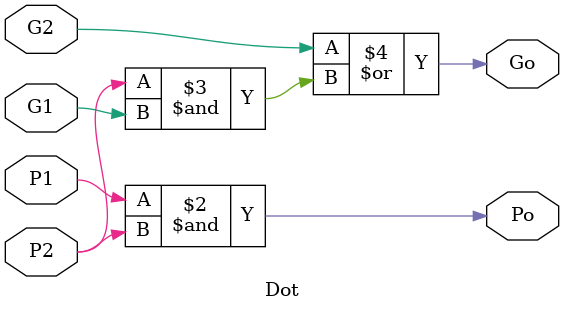
<source format=v>
module Dot (
    input wire G1,
    input wire P1,
    input wire G2,
    input wire P2,

    output reg Go,
    output reg Po
);

always @(*) begin
    Po = P1 & P2;
    Go = G2 | (P2 & G1);    
end
    
endmodule

</source>
